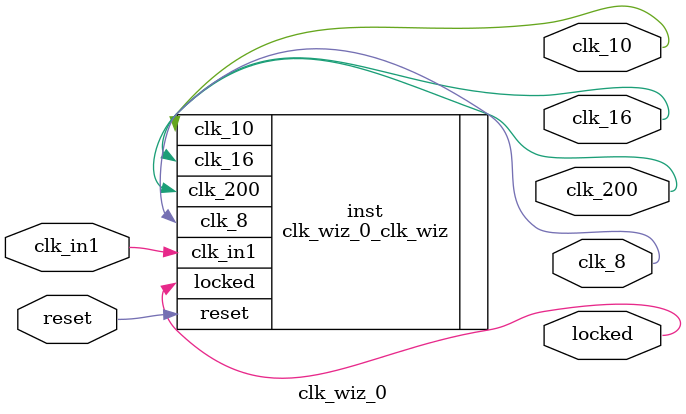
<source format=v>


`timescale 1ps/1ps

(* CORE_GENERATION_INFO = "clk_wiz_0,clk_wiz_v6_0_13_0_0,{component_name=clk_wiz_0,use_phase_alignment=true,use_min_o_jitter=false,use_max_i_jitter=false,use_dyn_phase_shift=false,use_inclk_switchover=false,use_dyn_reconfig=false,enable_axi=0,feedback_source=FDBK_AUTO,PRIMITIVE=MMCM,num_out_clk=4,clkin1_period=10.000,clkin2_period=10.000,use_power_down=false,use_reset=true,use_locked=true,use_inclk_stopped=false,feedback_type=SINGLE,CLOCK_MGR_TYPE=NA,manual_override=false}" *)

module clk_wiz_0 
 (
  // Clock out ports
  output        clk_200,
  output        clk_10,
  output        clk_8,
  output        clk_16,
  // Status and control signals
  input         reset,
  output        locked,
 // Clock in ports
  input         clk_in1
 );

  clk_wiz_0_clk_wiz inst
  (
  // Clock out ports  
  .clk_200(clk_200),
  .clk_10(clk_10),
  .clk_8(clk_8),
  .clk_16(clk_16),
  // Status and control signals               
  .reset(reset), 
  .locked(locked),
 // Clock in ports
  .clk_in1(clk_in1)
  );

endmodule

</source>
